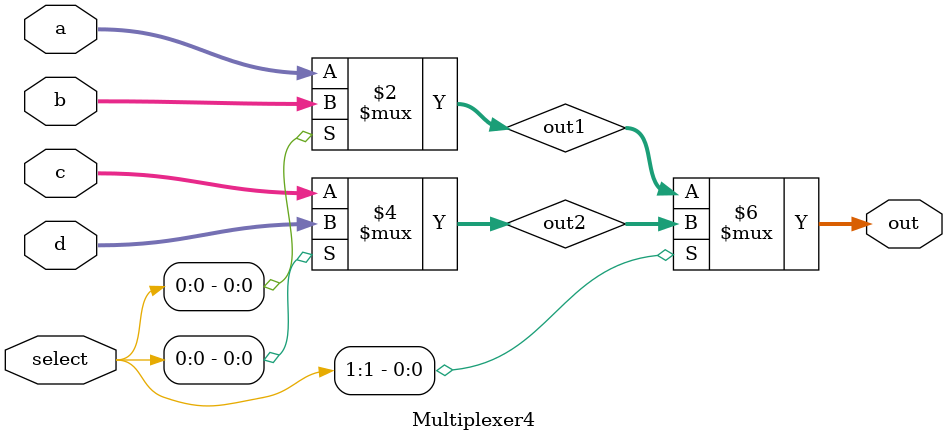
<source format=v>
module Multiplexer4 #(
    parameter DATA_W = 64
) (
    input [1:0] select,
    input [DATA_W-1:0] a,
    input [DATA_W-1:0] b,
    input [DATA_W-1:0] c,
    input [DATA_W-1:0] d,
    output [DATA_W-1:0] out
);

wire [DATA_W-1:0] out1;
wire [DATA_W-1:0] out2;

assign out1 = (select[0] == 0) ? a : b;
assign out2 = (select[0] == 0) ? c : d;
assign out = (select[1] == 0) ? out1 : out2;
    
endmodule
</source>
